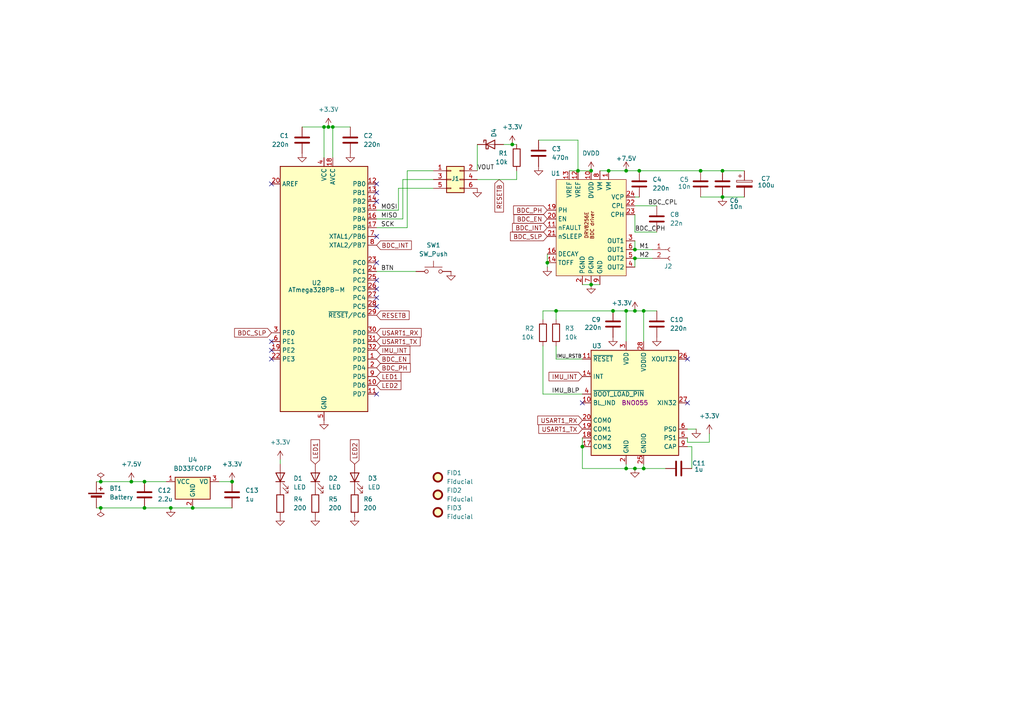
<source format=kicad_sch>
(kicad_sch (version 20250114) (generator "eeschema") (generator_version "9.0")
  (paper "A4")
  (lib_symbols
    (symbol "Connector:Conn_01x02_Socket" (pin_names (offset 1.016) (hide yes))
      (property "Reference" "J" (at 0 2.54 0))
      (property "Value" "Conn_01x02_Socket" (at 0 -5.08 0))
      (symbol "Conn_01x02_Socket_1_1"
        (polyline (pts (xy -1.27 0) (xy -0.508 0)) (stroke (width 0.1524)))
        (polyline (pts (xy -1.27 -2.54) (xy -0.508 -2.54)) (stroke (width 0.1524)))
        (arc (start 0 -0.508) (mid -0.5058 0) (end 0 0.508) (stroke (width 0.1524)))
        (arc (start 0 -3.048) (mid -0.5058 -2.54) (end 0 -2.032) (stroke (width 0.1524)))
        (pin passive line (at -5.08 0 0) (length 3.81) (name "Pin_1") (number "1"))
        (pin passive line (at -5.08 -2.54 0) (length 3.81) (name "Pin_2") (number "2"))
      )
    )
    (symbol "Connector_Generic:Conn_02x03_Odd_Even" (pin_names (offset 1.016) (hide yes))
      (property "Reference" "J" (at 1.27 5.08 0))
      (property "Value" "Conn_02x03_Odd_Even" (at 1.27 -5.08 0))
      (symbol "Conn_02x03_Odd_Even_1_1"
        (rectangle (start -1.27 3.81) (end 3.81 -3.81) (stroke (width 0.254)) (fill (type background)))
        (rectangle (start -1.27 2.667) (end 0 2.413) (stroke (width 0.1524)))
        (rectangle (start -1.27 0.127) (end 0 -0.127) (stroke (width 0.1524)))
        (rectangle (start -1.27 -2.413) (end 0 -2.667) (stroke (width 0.1524)))
        (rectangle (start 3.81 2.667) (end 2.54 2.413) (stroke (width 0.1524)))
        (rectangle (start 3.81 0.127) (end 2.54 -0.127) (stroke (width 0.1524)))
        (rectangle (start 3.81 -2.413) (end 2.54 -2.667) (stroke (width 0.1524)))
        (pin passive line (at -5.08 2.54 0) (length 3.81) (name "Pin_1") (number "1"))
        (pin passive line (at -5.08 0 0) (length 3.81) (name "Pin_3") (number "3"))
        (pin passive line (at -5.08 -2.54 0) (length 3.81) (name "Pin_5") (number "5"))
        (pin passive line (at 7.62 2.54 180) (length 3.81) (name "Pin_2") (number "2"))
        (pin passive line (at 7.62 0 180) (length 3.81) (name "Pin_4") (number "4"))
        (pin passive line (at 7.62 -2.54 180) (length 3.81) (name "Pin_6") (number "6"))
      )
    )
    (symbol "Device:Battery_Cell" (pin_numbers (hide yes)) (pin_names (offset 0) (hide yes))
      (property "Reference" "BT" (at 2.54 2.54 0))
      (property "Value" "Battery_Cell" (at 2.54 0 0))
      (symbol "Battery_Cell_0_1"
        (rectangle (start -2.286 1.778) (end 2.286 1.524) (fill (type outline)))
        (rectangle (start -1.524 1.016) (end 1.524 0.508) (fill (type outline)))
        (polyline (pts (xy 0 1.778) (xy 0 2.54)))
        (polyline (pts (xy 0 0.762) (xy 0 0)))
        (polyline (pts (xy 0.762 3.048) (xy 1.778 3.048)) (stroke (width 0.254)))
        (polyline (pts (xy 1.27 3.556) (xy 1.27 2.54)) (stroke (width 0.254)))
      )
      (symbol "Battery_Cell_1_1"
        (pin passive line (at 0 5.08 270) (length 2.54) (name "+") (number "1"))
        (pin passive line (at 0 -2.54 90) (length 2.54) (name "-") (number "2"))
      )
    )
    (symbol "Device:C" (pin_numbers (hide yes)) (pin_names (offset 0.254))
      (property "Reference" "C" (at 0.635 2.54 0))
      (property "Value" "C" (at 0.635 -2.54 0))
      (symbol "C_0_1"
        (polyline (pts (xy -2.032 0.762) (xy 2.032 0.762)) (stroke (width 0.508)))
        (polyline (pts (xy -2.032 -0.762) (xy 2.032 -0.762)) (stroke (width 0.508)))
      )
      (symbol "C_1_1"
        (pin passive line (at 0 3.81 270) (length 2.794) (name "~") (number "1"))
        (pin passive line (at 0 -3.81 90) (length 2.794) (name "~") (number "2"))
      )
    )
    (symbol "Device:C_Polarized" (pin_numbers (hide yes)) (pin_names (offset 0.254))
      (property "Reference" "C" (at 0.635 2.54 0))
      (property "Value" "C_Polarized" (at 0.635 -2.54 0))
      (symbol "C_Polarized_0_1"
        (rectangle (start -2.286 0.508) (end 2.286 1.016))
        (polyline (pts (xy -1.778 2.286) (xy -0.762 2.286)))
        (polyline (pts (xy -1.27 2.794) (xy -1.27 1.778)))
        (rectangle (start 2.286 -0.508) (end -2.286 -1.016) (fill (type outline)))
      )
      (symbol "C_Polarized_1_1"
        (pin passive line (at 0 3.81 270) (length 2.794) (name "~") (number "1"))
        (pin passive line (at 0 -3.81 90) (length 2.794) (name "~") (number "2"))
      )
    )
    (symbol "Device:D_Schottky" (pin_numbers (hide yes)) (pin_names (offset 1.016) (hide yes))
      (property "Reference" "D" (at 0 2.54 0))
      (property "Value" "D_Schottky" (at 0 -2.54 0))
      (symbol "D_Schottky_0_1"
        (polyline (pts (xy -1.905 0.635) (xy -1.905 1.27) (xy -1.27 1.27) (xy -1.27 -1.27) (xy -0.635 -1.27) (xy -0.635 -0.635)) (stroke (width 0.254)))
        (polyline (pts (xy 1.27 1.27) (xy 1.27 -1.27) (xy -1.27 0) (xy 1.27 1.27)) (stroke (width 0.254)))
        (polyline (pts (xy 1.27 0) (xy -1.27 0)))
      )
      (symbol "D_Schottky_1_1"
        (pin passive line (at -3.81 0 0) (length 2.54) (name "K") (number "1"))
        (pin passive line (at 3.81 0 180) (length 2.54) (name "A") (number "2"))
      )
    )
    (symbol "Device:LED" (pin_numbers (hide yes)) (pin_names (offset 1.016) (hide yes))
      (property "Reference" "D" (at 0 2.54 0))
      (property "Value" "LED" (at 0 -2.54 0))
      (symbol "LED_0_1"
        (polyline (pts (xy -3.048 -0.762) (xy -4.572 -2.286) (xy -3.81 -2.286) (xy -4.572 -2.286) (xy -4.572 -1.524)))
        (polyline (pts (xy -1.778 -0.762) (xy -3.302 -2.286) (xy -2.54 -2.286) (xy -3.302 -2.286) (xy -3.302 -1.524)))
        (polyline (pts (xy -1.27 0) (xy 1.27 0)))
        (polyline (pts (xy -1.27 -1.27) (xy -1.27 1.27)) (stroke (width 0.254)))
        (polyline (pts (xy 1.27 -1.27) (xy 1.27 1.27) (xy -1.27 0) (xy 1.27 -1.27)) (stroke (width 0.254)))
      )
      (symbol "LED_1_1"
        (pin passive line (at -3.81 0 0) (length 2.54) (name "K") (number "1"))
        (pin passive line (at 3.81 0 180) (length 2.54) (name "A") (number "2"))
      )
    )
    (symbol "Device:R" (pin_numbers (hide yes)) (pin_names (offset 0))
      (property "Reference" "R" (at 2.032 0 90))
      (property "Value" "R" (at 0 0 90))
      (symbol "R_0_1"
        (rectangle (start -1.016 -2.54) (end 1.016 2.54) (stroke (width 0.254)))
      )
      (symbol "R_1_1"
        (pin passive line (at 0 3.81 270) (length 1.27) (name "~") (number "1"))
        (pin passive line (at 0 -3.81 90) (length 1.27) (name "~") (number "2"))
      )
    )
    (symbol "MCU_Microchip_ATmega:ATmega328PB-M"
      (property "Reference" "U" (at -12.7 36.83 0))
      (property "Value" "ATmega328PB-M" (at 2.54 -36.83 0))
      (symbol "ATmega328PB-M_0_1"
        (rectangle (start -12.7 -35.56) (end 12.7 35.56) (stroke (width 0.254)) (fill (type background)))
      )
      (symbol "ATmega328PB-M_1_1"
        (pin passive line (at -15.24 30.48 0) (length 2.54) (name "AREF") (number "20"))
        (pin bidirectional line (at -15.24 -12.7 0) (length 2.54) (name "PE0") (number "3"))
        (pin bidirectional line (at -15.24 -15.24 0) (length 2.54) (name "PE1") (number "6"))
        (pin bidirectional line (at -15.24 -17.78 0) (length 2.54) (name "PE2") (number "19"))
        (pin bidirectional line (at -15.24 -20.32 0) (length 2.54) (name "PE3") (number "22"))
        (pin power_in line (at 0 38.1 270) (length 2.54) (name "VCC") (number "4"))
        (pin passive line (at 0 -38.1 90) (length 2.54) (hide yes) (name "GND") (number "21"))
        (pin passive line (at 0 -38.1 90) (length 2.54) (hide yes) (name "GND") (number "33"))
        (pin power_in line (at 0 -38.1 90) (length 2.54) (name "GND") (number "5"))
        (pin power_in line (at 2.54 38.1 270) (length 2.54) (name "AVCC") (number "18"))
        (pin bidirectional line (at 15.24 30.48 180) (length 2.54) (name "PB0") (number "12"))
        (pin bidirectional line (at 15.24 27.94 180) (length 2.54) (name "PB1") (number "13"))
        (pin bidirectional line (at 15.24 25.4 180) (length 2.54) (name "PB2") (number "14"))
        (pin bidirectional line (at 15.24 22.86 180) (length 2.54) (name "PB3") (number "15"))
        (pin bidirectional line (at 15.24 20.32 180) (length 2.54) (name "PB4") (number "16"))
        (pin bidirectional line (at 15.24 17.78 180) (length 2.54) (name "PB5") (number "17"))
        (pin bidirectional line (at 15.24 15.24 180) (length 2.54) (name "XTAL1/PB6") (number "7"))
        (pin bidirectional line (at 15.24 12.7 180) (length 2.54) (name "XTAL2/PB7") (number "8"))
        (pin bidirectional line (at 15.24 7.62 180) (length 2.54) (name "PC0") (number "23"))
        (pin bidirectional line (at 15.24 5.08 180) (length 2.54) (name "PC1") (number "24"))
        (pin bidirectional line (at 15.24 2.54 180) (length 2.54) (name "PC2") (number "25"))
        (pin bidirectional line (at 15.24 0 180) (length 2.54) (name "PC3") (number "26"))
        (pin bidirectional line (at 15.24 -2.54 180) (length 2.54) (name "PC4") (number "27"))
        (pin bidirectional line (at 15.24 -5.08 180) (length 2.54) (name "PC5") (number "28"))
        (pin bidirectional line (at 15.24 -7.62 180) (length 2.54) (name "~{RESET}/PC6") (number "29"))
        (pin bidirectional line (at 15.24 -12.7 180) (length 2.54) (name "PD0") (number "30"))
        (pin bidirectional line (at 15.24 -15.24 180) (length 2.54) (name "PD1") (number "31"))
        (pin bidirectional line (at 15.24 -17.78 180) (length 2.54) (name "PD2") (number "32"))
        (pin bidirectional line (at 15.24 -20.32 180) (length 2.54) (name "PD3") (number "1"))
        (pin bidirectional line (at 15.24 -22.86 180) (length 2.54) (name "PD4") (number "2"))
        (pin bidirectional line (at 15.24 -25.4 180) (length 2.54) (name "PD5") (number "9"))
        (pin bidirectional line (at 15.24 -27.94 180) (length 2.54) (name "PD6") (number "10"))
        (pin bidirectional line (at 15.24 -30.48 180) (length 2.54) (name "PD7") (number "11"))
      )
    )
    (symbol "Mechanical:Fiducial"
      (property "Reference" "FID" (at 0 5.08 0))
      (property "Value" "Fiducial" (at 0 3.175 0))
      (symbol "Fiducial_0_1"
        (circle (center 0 0) (radius 1.27) (stroke (width 0.508)) (fill (type background)))
      )
    )
    (symbol "Regulator_Linear:BD33FC0FP"
      (property "Reference" "U" (at 0 7.62 0))
      (property "Value" "BD33FC0FP" (at 0 5.08 0))
      (symbol "BD33FC0FP_1_1"
        (rectangle (start -5.08 -5.08) (end 5.08 1.27) (stroke (width 0.254)) (fill (type background)))
        (pin power_in line (at -7.62 0 0) (length 2.54) (name "VCC") (number "1"))
        (pin power_in line (at 0 -7.62 90) (length 2.54) (name "GND") (number "2"))
        (pin power_out line (at 7.62 0 180) (length 2.54) (name "VO") (number "3"))
      )
    )
    (symbol "Sensor_Motion:BNO055"
      (property "Reference" "U" (at -11.43 16.51 0))
      (property "Value" "BNO055" (at 12.7 16.51 0))
      (symbol "BNO055_0_1"
        (rectangle (start -12.7 15.24) (end 12.7 -15.24) (stroke (width 0.254)) (fill (type background)))
      )
      (symbol "BNO055_1_1"
        (pin input line (at -15.24 12.7 0) (length 2.54) (name "~{RESET}") (number "11"))
        (pin output line (at -15.24 7.62 0) (length 2.54) (name "INT") (number "14"))
        (pin input line (at -15.24 2.54 0) (length 2.54) (name "~{BOOT_LOAD_PIN}") (number "4"))
        (pin output line (at -15.24 0 0) (length 2.54) (name "BL_IND") (number "10"))
        (pin bidirectional line (at -15.24 -5.08 0) (length 2.54) (name "COM0") (number "20"))
        (pin bidirectional line (at -15.24 -7.62 0) (length 2.54) (name "COM1") (number "19"))
        (pin passive line (at -15.24 -10.16 0) (length 2.54) (name "COM2") (number "18"))
        (pin input line (at -15.24 -12.7 0) (length 2.54) (name "COM3") (number "17"))
        (pin no_connect line (at -12.7 10.16 0) (length 2.54) (hide yes) (name "PIN1") (number "1"))
        (pin no_connect line (at -12.7 5.08 0) (length 2.54) (hide yes) (name "PIN7") (number "7"))
        (pin no_connect line (at -12.7 -2.54 0) (length 2.54) (hide yes) (name "PIN8") (number "8"))
        (pin power_in line (at -2.54 17.78 270) (length 2.54) (name "VDD") (number "3"))
        (pin power_in line (at -2.54 -17.78 90) (length 2.54) (name "GND") (number "2"))
        (pin power_in line (at 2.54 17.78 270) (length 2.54) (name "VDDIO") (number "28"))
        (pin power_in line (at 2.54 -17.78 90) (length 2.54) (name "GNDIO") (number "25"))
        (pin no_connect line (at 5.08 -15.24 90) (length 2.54) (hide yes) (name "PIN15") (number "15"))
        (pin no_connect line (at 7.62 -15.24 90) (length 2.54) (hide yes) (name "PIN16") (number "16"))
        (pin no_connect line (at 12.7 10.16 180) (length 2.54) (hide yes) (name "PIN12") (number "12"))
        (pin no_connect line (at 12.7 7.62 180) (length 2.54) (hide yes) (name "PIN13") (number "13"))
        (pin no_connect line (at 12.7 5.08 180) (length 2.54) (hide yes) (name "PIN21") (number "21"))
        (pin no_connect line (at 12.7 2.54 180) (length 2.54) (hide yes) (name "PIN22") (number "22"))
        (pin no_connect line (at 12.7 -2.54 180) (length 2.54) (hide yes) (name "PIN23") (number "23"))
        (pin no_connect line (at 12.7 -5.08 180) (length 2.54) (hide yes) (name "PIN24") (number "24"))
        (pin output line (at 15.24 12.7 180) (length 2.54) (name "XOUT32") (number "26"))
        (pin input line (at 15.24 0 180) (length 2.54) (name "XIN32") (number "27"))
        (pin input line (at 15.24 -7.62 180) (length 2.54) (name "PS0") (number "6"))
        (pin input line (at 15.24 -10.16 180) (length 2.54) (name "PS1") (number "5"))
        (pin passive line (at 15.24 -12.7 180) (length 2.54) (name "CAP") (number "9"))
      )
    )
    (symbol "Switch:SW_Push" (pin_numbers (hide yes)) (pin_names (offset 1.016) (hide yes))
      (property "Reference" "SW" (at 1.27 2.54 0))
      (property "Value" "SW_Push" (at 0 -1.524 0))
      (symbol "SW_Push_0_1"
        (circle (center -2.032 0) (radius 0.508))
        (polyline (pts (xy 0 1.27) (xy 0 3.048)))
        (circle (center 2.032 0) (radius 0.508))
        (polyline (pts (xy 2.54 1.27) (xy -2.54 1.27)))
        (pin passive line (at -5.08 0 0) (length 2.54) (name "1") (number "1"))
        (pin passive line (at 5.08 0 180) (length 2.54) (name "2") (number "2"))
      )
    )
    (symbol "mylib:DRV8256E"
      (property "Reference" "U4" (at -1.524 1.778 0))
      (symbol "DRV8256E_0_0"
        (pin power_in line (at 15.24 2.54 270) (length 2.54) (name "VM") (number "1"))
      )
      (symbol "DRV8256E_1_0"
        (pin input line (at -2.54 -8.89 0) (length 2.54) (name "PH") (number "19"))
        (pin input line (at -2.54 -11.43 0) (length 2.54) (name "EN") (number "20"))
        (pin output line (at -2.54 -13.97 0) (length 2.54) (name "nFAULT") (number "11"))
        (pin input line (at -2.54 -16.51 0) (length 2.54) (name "nSLEEP") (number "21"))
        (pin input line (at -2.54 -21.59 0) (length 2.54) (name "DECAY") (number "16"))
        (pin input line (at -2.54 -24.13 0) (length 2.54) (name "TOFF") (number "14"))
        (pin no_connect line (at 0 -3.81 180) (length 2.54) (hide yes) (name "NC") (number "15"))
        (pin no_connect line (at 0 -3.81 180) (length 2.54) (hide yes) (name "NC") (number "17"))
        (pin no_connect line (at 0 -3.81 180) (length 2.54) (hide yes) (name "NC") (number "18"))
        (pin input line (at 3.81 2.54 270) (length 2.54) (name "VREF") (number "13"))
        (pin input line (at 6.35 2.54 270) (length 2.54) (name "VREF") (number "12"))
        (pin power_in line (at 7.62 -30.48 90) (length 2.54) (name "PGND") (number "2"))
        (pin power_in line (at 10.16 2.54 270) (length 2.54) (name "DVDD") (number "10"))
        (pin power_in line (at 10.16 -30.48 90) (length 2.54) (name "PGND") (number "7"))
        (pin power_in line (at 12.7 2.54 270) (length 2.54) (name "VM") (number "8"))
        (pin power_in line (at 12.7 -30.48 90) (length 2.54) (name "GND") (number "9"))
        (pin output line (at 22.86 -5.08 180) (length 2.54) (name "VCP") (number "24"))
        (pin bidirectional line (at 22.86 -7.62 180) (length 2.54) (name "CPL") (number "22"))
        (pin bidirectional line (at 22.86 -10.16 180) (length 2.54) (name "CPH") (number "23"))
        (pin output line (at 22.86 -17.78 180) (length 2.54) (name "OUT1") (number "3"))
        (pin output line (at 22.86 -20.32 180) (length 2.54) (name "OUT1") (number "6"))
        (pin output line (at 22.86 -22.86 180) (length 2.54) (name "OUT2") (number "5"))
        (pin output line (at 22.86 -25.4 180) (length 2.54) (name "OUT2") (number "4"))
      )
      (symbol "DRV8256E_1_1"
        (rectangle (start 0 0) (end 20.32 -27.94) (fill (type background)))
        (text "DRV8256E\nBDC driver\n" (at 9.652 -13.208 900) (effects (font (size 1.016 1.016))))
      )
    )
    (symbol "power:+3.3V" (power) (pin_numbers (hide yes)) (pin_names (offset 0) (hide yes))
      (property "Value" "+3.3V" (at 0 3.556 0))
      (symbol "+3.3V_0_1"
        (polyline (pts (xy -0.762 1.27) (xy 0 2.54)))
        (polyline (pts (xy 0 2.54) (xy 0.762 1.27)))
        (polyline (pts (xy 0 0) (xy 0 2.54)))
      )
      (symbol "+3.3V_1_1"
        (pin power_in line (at 0 0 90) (length 0) (name "~") (number "1"))
      )
    )
    (symbol "power:+7.5V" (power) (pin_numbers (hide yes)) (pin_names (offset 0) (hide yes))
      (property "Value" "+7.5V" (at 0 3.556 0))
      (symbol "+7.5V_0_1"
        (polyline (pts (xy -0.762 1.27) (xy 0 2.54)))
        (polyline (pts (xy 0 2.54) (xy 0.762 1.27)))
        (polyline (pts (xy 0 0) (xy 0 2.54)))
      )
      (symbol "+7.5V_1_1"
        (pin power_in line (at 0 0 90) (length 0) (name "~") (number "1"))
      )
    )
    (symbol "power:GND" (power) (pin_numbers (hide yes)) (pin_names (offset 0) (hide yes))
      (property "Value" "GND" (at 0 -3.81 0))
      (symbol "GND_0_1"
        (polyline (pts (xy 0 0) (xy 0 -1.27) (xy 1.27 -1.27) (xy 0 -2.54) (xy -1.27 -1.27) (xy 0 -1.27)))
      )
      (symbol "GND_1_1"
        (pin power_in line (at 0 0 270) (length 0) (name "~") (number "1"))
      )
    )
    (symbol "power:PWR_FLAG" (power) (pin_numbers (hide yes)) (pin_names (offset 0) (hide yes))
      (property "Value" "PWR_FLAG" (at 0 3.81 0))
      (symbol "PWR_FLAG_0_0"
        (pin power_out line (at 0 0 90) (length 0) (name "~") (number "1"))
      )
      (symbol "PWR_FLAG_0_1"
        (polyline (pts (xy 0 0) (xy 0 1.27) (xy -1.016 1.905) (xy 0 2.54) (xy 1.016 1.905) (xy 0 1.27)))
      )
    )
    (symbol "power:VDD" (power) (pin_numbers (hide yes)) (pin_names (offset 0) (hide yes))
      (property "Value" "VDD" (at 0 3.556 0))
      (symbol "VDD_0_1"
        (polyline (pts (xy -0.762 1.27) (xy 0 2.54)))
        (polyline (pts (xy 0 2.54) (xy 0.762 1.27)))
        (polyline (pts (xy 0 0) (xy 0 2.54)))
      )
      (symbol "VDD_1_1"
        (pin power_in line (at 0 0 90) (length 0) (name "~") (number "1"))
      )
    )
  )
  (junction (at 96.52 36.83))
  (junction (at 41.91 139.7))
  (junction (at 167.64 49.53))
  (junction (at 186.69 135.89))
  (junction (at 209.55 49.53))
  (junction (at 171.45 49.53))
  (junction (at 209.55 57.15))
  (junction (at 67.31 139.7))
  (junction (at 185.42 49.53))
  (junction (at 171.45 82.55))
  (junction (at 184.15 72.39))
  (junction (at 184.15 90.17))
  (junction (at 161.29 90.17))
  (junction (at 29.21 147.32))
  (junction (at 176.53 49.53))
  (junction (at 158.75 76.2))
  (junction (at 148.59 41.91))
  (junction (at 184.15 74.93))
  (junction (at 93.98 36.83))
  (junction (at 168.91 129.54))
  (junction (at 184.15 135.89))
  (junction (at 55.88 147.32))
  (junction (at 181.61 49.53))
  (junction (at 177.8 90.17))
  (junction (at 203.2 49.53))
  (junction (at 49.53 147.32))
  (junction (at 95.25 36.83))
  (junction (at 186.69 90.17))
  (junction (at 29.21 139.7))
  (junction (at 181.61 90.17))
  (junction (at 41.91 147.32))
  (junction (at 38.1 139.7))
  (junction (at 181.61 135.89))
  (no_connect (at 78.74 99.06))
  (no_connect (at 78.74 53.34))
  (no_connect (at 199.39 104.14))
  (no_connect (at 168.91 116.84))
  (no_connect (at 109.22 53.34))
  (no_connect (at 109.22 55.88))
  (no_connect (at 109.22 83.82))
  (no_connect (at 109.22 81.28))
  (no_connect (at 199.39 116.84))
  (no_connect (at 109.22 58.42))
  (no_connect (at 109.22 86.36))
  (no_connect (at 78.74 104.14))
  (no_connect (at 109.22 88.9))
  (no_connect (at 78.74 101.6))
  (no_connect (at 109.22 76.2))
  (no_connect (at 109.22 68.58))
  (no_connect (at 109.22 114.3))
  (wire (pts (xy 168.91 114.3) (xy 157.48 114.3)))
  (wire (pts (xy 157.48 92.71) (xy 157.48 90.17)))
  (wire (pts (xy 165.1 49.53) (xy 167.64 49.53)))
  (wire (pts (xy 168.91 104.14) (xy 161.29 104.14)))
  (wire (pts (xy 158.75 77.47) (xy 158.75 76.2)))
  (wire (pts (xy 186.69 135.89) (xy 193.04 135.89)))
  (wire (pts (xy 93.98 36.83) (xy 87.63 36.83)))
  (wire (pts (xy 168.91 82.55) (xy 171.45 82.55)))
  (wire (pts (xy 181.61 90.17) (xy 177.8 90.17)))
  (wire (pts (xy 181.61 135.89) (xy 181.61 134.62)))
  (wire (pts (xy 200.66 129.54) (xy 200.66 135.89)))
  (wire (pts (xy 96.52 36.83) (xy 101.6 36.83)))
  (wire (pts (xy 189.23 72.39) (xy 184.15 72.39)))
  (wire (pts (xy 190.5 67.31) (xy 184.15 67.31)))
  (wire (pts (xy 161.29 104.14) (xy 161.29 100.33)))
  (wire (pts (xy 109.22 78.74) (xy 120.65 78.74)))
  (wire (pts (xy 115.57 54.61) (xy 125.73 54.61)))
  (wire (pts (xy 149.86 41.91) (xy 148.59 41.91)))
  (wire (pts (xy 81.28 133.35) (xy 81.28 134.62)))
  (wire (pts (xy 184.15 90.17) (xy 186.69 90.17)))
  (wire (pts (xy 181.61 90.17) (xy 184.15 90.17)))
  (wire (pts (xy 186.69 90.17) (xy 186.69 99.06)))
  (wire (pts (xy 149.86 52.07) (xy 149.86 49.53)))
  (wire (pts (xy 199.39 124.46) (xy 201.93 124.46)))
  (wire (pts (xy 29.21 139.7) (xy 27.94 139.7)))
  (wire (pts (xy 205.74 128.27) (xy 205.74 125.73)))
  (wire (pts (xy 184.15 74.93) (xy 184.15 77.47)))
  (wire (pts (xy 27.94 147.32) (xy 29.21 147.32)))
  (wire (pts (xy 138.43 41.91) (xy 138.43 49.53)))
  (wire (pts (xy 181.61 99.06) (xy 181.61 90.17)))
  (wire (pts (xy 184.15 74.93) (xy 189.23 74.93)))
  (wire (pts (xy 184.15 69.85) (xy 184.15 72.39)))
  (wire (pts (xy 184.15 59.69) (xy 190.5 59.69)))
  (wire (pts (xy 157.48 114.3) (xy 157.48 100.33)))
  (wire (pts (xy 185.42 57.15) (xy 184.15 57.15)))
  (wire (pts (xy 95.25 36.83) (xy 96.52 36.83)))
  (wire (pts (xy 93.98 36.83) (xy 93.98 45.72)))
  (wire (pts (xy 138.43 52.07) (xy 149.86 52.07)))
  (wire (pts (xy 209.55 49.53) (xy 215.9 49.53)))
  (wire (pts (xy 116.84 63.5) (xy 116.84 52.07)))
  (wire (pts (xy 109.22 60.96) (xy 115.57 60.96)))
  (wire (pts (xy 63.5 139.7) (xy 67.31 139.7)))
  (wire (pts (xy 186.69 90.17) (xy 190.5 90.17)))
  (wire (pts (xy 118.11 49.53) (xy 118.11 66.04)))
  (wire (pts (xy 173.99 49.53) (xy 176.53 49.53)))
  (wire (pts (xy 184.15 135.89) (xy 186.69 135.89)))
  (wire (pts (xy 199.39 128.27) (xy 199.39 127)))
  (wire (pts (xy 146.05 41.91) (xy 148.59 41.91)))
  (wire (pts (xy 167.64 40.64) (xy 167.64 49.53)))
  (wire (pts (xy 184.15 67.31) (xy 184.15 62.23)))
  (wire (pts (xy 157.48 90.17) (xy 161.29 90.17)))
  (wire (pts (xy 186.69 135.89) (xy 186.69 134.62)))
  (wire (pts (xy 115.57 60.96) (xy 115.57 54.61)))
  (wire (pts (xy 29.21 147.32) (xy 41.91 147.32)))
  (wire (pts (xy 167.64 49.53) (xy 171.45 49.53)))
  (wire (pts (xy 93.98 36.83) (xy 95.25 36.83)))
  (wire (pts (xy 168.91 135.89) (xy 181.61 135.89)))
  (wire (pts (xy 156.21 40.64) (xy 167.64 40.64)))
  (wire (pts (xy 209.55 57.15) (xy 215.9 57.15)))
  (wire (pts (xy 199.39 129.54) (xy 200.66 129.54)))
  (wire (pts (xy 41.91 147.32) (xy 49.53 147.32)))
  (wire (pts (xy 161.29 92.71) (xy 161.29 90.17)))
  (wire (pts (xy 168.91 127) (xy 168.91 129.54)))
  (wire (pts (xy 116.84 52.07) (xy 125.73 52.07)))
  (wire (pts (xy 38.1 139.7) (xy 29.21 139.7)))
  (wire (pts (xy 118.11 49.53) (xy 125.73 49.53)))
  (wire (pts (xy 118.11 66.04) (xy 109.22 66.04)))
  (wire (pts (xy 109.22 63.5) (xy 116.84 63.5)))
  (wire (pts (xy 49.53 147.32) (xy 55.88 147.32)))
  (wire (pts (xy 41.91 139.7) (xy 48.26 139.7)))
  (wire (pts (xy 176.53 49.53) (xy 181.61 49.53)))
  (wire (pts (xy 203.2 49.53) (xy 209.55 49.53)))
  (wire (pts (xy 96.52 45.72) (xy 96.52 36.83)))
  (wire (pts (xy 199.39 128.27) (xy 205.74 128.27)))
  (wire (pts (xy 203.2 57.15) (xy 209.55 57.15)))
  (wire (pts (xy 161.29 90.17) (xy 177.8 90.17)))
  (wire (pts (xy 55.88 147.32) (xy 67.31 147.32)))
  (wire (pts (xy 41.91 139.7) (xy 38.1 139.7)))
  (wire (pts (xy 171.45 82.55) (xy 173.99 82.55)))
  (wire (pts (xy 185.42 49.53) (xy 203.2 49.53)))
  (wire (pts (xy 158.75 73.66) (xy 158.75 76.2)))
  (wire (pts (xy 181.61 135.89) (xy 184.15 135.89)))
  (wire (pts (xy 181.61 49.53) (xy 185.42 49.53)))
  (wire (pts (xy 168.91 129.54) (xy 168.91 135.89)))
  (label "M2" (at 185.42 74.93 0))
  (label "M1" (at 185.42 72.39 0))
  (label "BDC_CPH" (at 184.15 67.31 0))
  (label "BDC_CPL" (at 187.96 59.69 0))
  (label "MOSI" (at 110.49 60.96 0))
  (label "VOUT" (at 138.43 49.53 0))
  (label "SCK" (at 110.49 66.04 0))
  (label "MISO" (at 110.49 63.5 0))
  (label "IMU_BLP" (at 160.02 114.3 0))
  (label "BTN" (at 110.49 78.74 0))
  (label "IMU_RSTB" (at 161.29 104.14 0) (effects (font (size 1.016 1.016))))
  (global_label "BDC_INT" (shape input) (at 158.75 66.04 180) (property "Intersheetrefs" "${INTERSHEET_REFS}" (effects (hide yes))))
  (global_label "BDC_EN" (shape input) (at 109.22 104.14 0) (property "Intersheetrefs" "${INTERSHEET_REFS}" (effects (hide yes))))
  (global_label "USART1_TX" (shape input) (at 168.91 124.46 180) (property "Intersheetrefs" "${INTERSHEET_REFS}" (effects (hide yes))))
  (global_label "RESETB" (shape input) (at 144.78 52.07 270) (property "Intersheetrefs" "${INTERSHEET_REFS}" (effects (hide yes))))
  (global_label "LED1" (shape input) (at 109.22 109.22 0) (property "Intersheetrefs" "${INTERSHEET_REFS}" (effects (hide yes))))
  (global_label "RESETB" (shape input) (at 109.22 91.44 0) (property "Intersheetrefs" "${INTERSHEET_REFS}" (effects (hide yes))))
  (global_label "LED1" (shape input) (at 91.44 134.62 90) (property "Intersheetrefs" "${INTERSHEET_REFS}" (effects (hide yes))))
  (global_label "BDC_EN" (shape input) (at 158.75 63.5 180) (property "Intersheetrefs" "${INTERSHEET_REFS}" (effects (hide yes))))
  (global_label "BDC_SLP" (shape input) (at 78.74 96.52 180) (property "Intersheetrefs" "${INTERSHEET_REFS}" (effects (hide yes))))
  (global_label "BDC_PH" (shape input) (at 158.75 60.96 180) (property "Intersheetrefs" "${INTERSHEET_REFS}" (effects (hide yes))))
  (global_label "BDC_INT" (shape input) (at 109.22 71.12 0) (property "Intersheetrefs" "${INTERSHEET_REFS}" (effects (hide yes))))
  (global_label "USART1_TX" (shape input) (at 109.22 99.06 0) (property "Intersheetrefs" "${INTERSHEET_REFS}" (effects (hide yes))))
  (global_label "USART1_RX" (shape input) (at 168.91 121.92 180) (property "Intersheetrefs" "${INTERSHEET_REFS}" (effects (hide yes))))
  (global_label "LED2" (shape input) (at 109.22 111.76 0) (property "Intersheetrefs" "${INTERSHEET_REFS}" (effects (hide yes))))
  (global_label "IMU_INT" (shape input) (at 109.22 101.6 0) (property "Intersheetrefs" "${INTERSHEET_REFS}" (effects (hide yes))))
  (global_label "BDC_SLP" (shape input) (at 158.75 68.58 180) (property "Intersheetrefs" "${INTERSHEET_REFS}" (effects (hide yes))))
  (global_label "BDC_PH" (shape input) (at 109.22 106.68 0) (property "Intersheetrefs" "${INTERSHEET_REFS}" (effects (hide yes))))
  (global_label "USART1_RX" (shape input) (at 109.22 96.52 0) (property "Intersheetrefs" "${INTERSHEET_REFS}" (effects (hide yes))))
  (global_label "IMU_INT" (shape input) (at 168.91 109.22 180) (property "Intersheetrefs" "${INTERSHEET_REFS}" (effects (hide yes))))
  (global_label "LED2" (shape input) (at 102.87 134.62 90) (property "Intersheetrefs" "${INTERSHEET_REFS}" (effects (hide yes))))
  (symbol (lib_id "power:VDD") (at 171.45 49.53 0) (unit 1)
    (property "Reference" "#PWR06" (effects (hide yes)))
    (property "Value" "DVDD" (at 171.45 44.45 0))
    (property "Description" "Power symbol creates a global label with name \"VDD\"" (effects (hide yes)))
  )
  (symbol (lib_id "power:GND") (at 177.8 97.79 0) (unit 1)
    (property "Reference" "#PWR014" (effects (hide yes)))
    (property "Value" "GND" (effects (hide yes)))
    (property "Description" "Power symbol creates a global label with name \"GND\" , ground" (effects (hide yes)))
  )
  (symbol (lib_id "power:GND") (at 130.81 78.74 0) (unit 1)
    (property "Reference" "#PWR011" (effects (hide yes)))
    (property "Value" "GND" (effects (hide yes)))
    (property "Description" "Power symbol creates a global label with name \"GND\" , ground" (effects (hide yes)))
  )
  (symbol (lib_id "Device:C") (at 190.5 63.5 180) (unit 1)
    (property "Reference" "C8" (at 194.31 62.2299 0) (effects (justify right)))
    (property "Value" "22n" (at 194.31 64.7699 0) (effects (justify right)))
    (property "Footprint" "Capacitor_SMD:C_0201_0603Metric" (effects (hide yes)))
    (property "Datasheet" "https://mm.digikey.com/Volume0/opasdata/d220001/medias/docus/272/mlcc02_e-1307760.pdf" (effects (hide yes)))
    (property "Description" "Unpolarized capacitor" (effects (hide yes)))
    (property "MPN" "EMK063B7223MP-F" (effects (hide yes)))
  )
  (symbol (lib_id "power:GND") (at 209.55 57.15 0) (unit 1)
    (property "Reference" "#PWR09" (effects (hide yes)))
    (property "Value" "GND" (effects (hide yes)))
    (property "Description" "Power symbol creates a global label with name \"GND\" , ground" (effects (hide yes)))
  )
  (symbol (lib_id "Device:C") (at 177.8 93.98 0) (mirror x) (unit 1)
    (property "Reference" "C9" (at 174.244 92.71 0) (effects (justify right)))
    (property "Value" "220n" (at 174.498 94.996 0) (effects (justify right)))
    (property "Footprint" "Capacitor_SMD:C_0402_1005Metric" (effects (hide yes)))
    (property "Datasheet" "https://mm.digikey.com/Volume0/opasdata/d220001/medias/docus/2614/CL05B224KO5NNNC_Spec.pdf?_gl=1*1ks3xhy*_up*MQ..*_gs*MQ..&gclid=CjwKCAiAybfLBhAjEiwAI0mBBmP3eRxbGS8kq4XLb96KYdTevj3mpJXe-_STzpfN-Wri35hO6Z20rBoCTnoQAvD_BwE&gclsrc=aw.ds&gbraid=0AAAAADrbLliDKUi2kKpf-sOgJgZaPt4hw" (effects (hide yes)))
    (property "Description" "Unpolarized capacitor" (effects (hide yes)))
    (property "MPN" "CL05B224KO5NNNC" (effects (hide yes)))
  )
  (symbol (lib_id "Connector:Conn_01x02_Socket") (at 194.31 72.39 0) (unit 1)
    (property "Reference" "J2" (at 193.802 77.216 0))
    (property "Value" "Conn_01x02_Socket" (effects (hide yes)))
    (property "Footprint" "Connector_JST:JST_XH_B2B-XH-A_1x02_P2.50mm_Vertical" (effects (hide yes)))
    (property "Description" "Generic connector, single row, 01x02, script generated" (effects (hide yes)))
    (property "MPN" "B2B-XH-A" (effects (hide yes)))
  )
  (symbol (lib_id "power:+3.3V") (at 148.59 41.91 0) (unit 1)
    (property "Reference" "#PWR02" (effects (hide yes)))
    (property "Value" "+3.3V" (at 148.59 36.83 0))
    (property "Description" "Power symbol creates a global label with name \"+3.3V\"" (effects (hide yes)))
  )
  (symbol (lib_id "power:GND") (at 158.75 77.47 0) (unit 1)
    (property "Reference" "#PWR010" (effects (hide yes)))
    (property "Value" "GND" (effects (hide yes)))
    (property "Description" "Power symbol creates a global label with name \"GND\" , ground" (effects (hide yes)))
  )
  (symbol (lib_id "Regulator_Linear:BD33FC0FP") (at 55.88 139.7 0) (unit 1)
    (property "Reference" "U4" (at 55.88 133.35 0))
    (property "Value" "BD33FC0FP" (at 55.88 135.89 0))
    (property "Footprint" "Package_TO_SOT_SMD:TO-252-2" (effects (hide yes)))
    (property "Datasheet" "https://fscdn.rohm.com/en/products/databook/datasheet/ic/power/linear_regulator/bdxxfc0wefj-e.pdf" (effects (hide yes)))
    (property "Description" "1A, 3.3V LDO regulator with OVP & TSP, without enable, TO-252" (effects (hide yes)))
    (property "MPN" "BD33FC0FP-E2" (effects (hide yes)))
  )
  (symbol (lib_id "power:+3.3V") (at 184.15 90.17 0) (unit 1)
    (property "Reference" "#PWR013" (effects (hide yes)))
    (property "Value" "+3.3V" (at 180.34 87.884 0))
    (property "Description" "Power symbol creates a global label with name \"+3.3V\"" (effects (hide yes)))
  )
  (symbol (lib_id "Mechanical:Fiducial") (at 127 148.59 0) (unit 1) (in_bom no)
    (property "Reference" "FID3" (at 129.54 147.3199 0) (effects (justify left)))
    (property "Value" "Fiducial" (at 129.54 149.8599 0) (effects (justify left)))
    (property "Footprint" "Fiducial:Fiducial_0.75mm_Mask1.5mm" (effects (hide yes)))
    (property "Description" "Fiducial Marker" (effects (hide yes)))
  )
  (symbol (lib_id "Device:C") (at 87.63 40.64 0) (mirror x) (unit 1)
    (property "Reference" "C1" (at 83.82 39.3699 0) (effects (justify right)))
    (property "Value" "220n" (at 83.82 41.9099 0) (effects (justify right)))
    (property "Footprint" "Capacitor_SMD:C_0402_1005Metric" (effects (hide yes)))
    (property "Datasheet" "https://mm.digikey.com/Volume0/opasdata/d220001/medias/docus/2614/CL05B224KO5NNNC_Spec.pdf?_gl=1*1ks3xhy*_up*MQ..*_gs*MQ..&gclid=CjwKCAiAybfLBhAjEiwAI0mBBmP3eRxbGS8kq4XLb96KYdTevj3mpJXe-_STzpfN-Wri35hO6Z20rBoCTnoQAvD_BwE&gclsrc=aw.ds&gbraid=0AAAAADrbLliDKUi2kKpf-sOgJgZaPt4hw" (effects (hide yes)))
    (property "Description" "Unpolarized capacitor" (effects (hide yes)))
    (property "MPN" "CL05B224KO5NNNC" (effects (hide yes)))
  )
  (symbol (lib_id "Device:C") (at 101.6 40.64 180) (unit 1)
    (property "Reference" "C2" (at 105.41 39.3699 0) (effects (justify right)))
    (property "Value" "220n" (at 105.41 41.9099 0) (effects (justify right)))
    (property "Footprint" "Capacitor_SMD:C_0402_1005Metric" (effects (hide yes)))
    (property "Datasheet" "https://mm.digikey.com/Volume0/opasdata/d220001/medias/docus/2614/CL05B224KO5NNNC_Spec.pdf?_gl=1*1ks3xhy*_up*MQ..*_gs*MQ..&gclid=CjwKCAiAybfLBhAjEiwAI0mBBmP3eRxbGS8kq4XLb96KYdTevj3mpJXe-_STzpfN-Wri35hO6Z20rBoCTnoQAvD_BwE&gclsrc=aw.ds&gbraid=0AAAAADrbLliDKUi2kKpf-sOgJgZaPt4hw" (effects (hide yes)))
    (property "Description" "Unpolarized capacitor" (effects (hide yes)))
    (property "MPN" "CL05B224KO5NNNC" (effects (hide yes)))
  )
  (symbol (lib_id "Device:C") (at 203.2 53.34 180) (unit 1)
    (property "Reference" "C5" (at 197.104 52.07 0) (effects (justify right)))
    (property "Value" "10n" (at 196.596 54.102 0) (effects (justify right)))
    (property "Footprint" "Capacitor_SMD:C_0201_0603Metric" (effects (hide yes)))
    (property "Datasheet" "https://search.murata.co.jp/Ceramy/image/img/A01X/G101/ENG/GRM033R71A103KA01-01.pdf" (effects (hide yes)))
    (property "Description" "Unpolarized capacitor" (effects (hide yes)))
    (property "MPN" "GRM033R71A103KA01D" (effects (hide yes)))
  )
  (symbol (lib_id "Sensor_Motion:BNO055") (at 184.15 116.84 0) (unit 1)
    (property "Reference" "U3" (at 171.704 100.33 0) (effects (justify left)))
    (property "Value" "BNO055" (effects (hide yes)))
    (property "Footprint" "Package_LGA:LGA-28_5.2x3.8mm_P0.5mm" (effects (hide yes)))
    (property "Datasheet" "https://www.bosch-sensortec.com/media/boschsensortec/downloads/datasheets/bst-bno055-ds000.pdf" (effects (hide yes)))
    (property "Description" "Intelligent 9-axis absolute orientation sensor, LGA-28" (effects (hide yes)))
    (property "MPN" "BNO055" (at 184.15 116.84 0))
  )
  (symbol (lib_id "Device:LED") (at 81.28 138.43 90) (unit 1)
    (property "Reference" "D1" (at 85.09 138.7474 90) (effects (justify right)))
    (property "Value" "LED" (at 85.09 141.2874 90) (effects (justify right)))
    (property "Footprint" "LED_SMD:LED_0402_1005Metric" (effects (hide yes)))
    (property "Datasheet" "https://mm.digikey.com/Volume0/opasdata/d220001/medias/docus/3618/B18S1USD-05C000234U1930.pdf?_gl=1*fct2vd*_up*MQ..*_gs*MQ..&gclid=Cj0KCQiA-NHLBhDSARIsAIhe9X0Sp7RpUo3qf_gbeFsFJz1G3sNG-ZwY5GUrZ3W_CWsHrFnlWHl6Y-QaAvc_EALw_wcB&gclsrc=aw.ds&gbraid=0AAAAADrbLlhjesQkr8y6YD5PsR9Nw9Qmx" (effects (hide yes)))
    (property "Description" "Light emitting diode" (effects (hide yes)))
    (property "Sim.Pins" "1=K 2=A" (effects (hide yes)))
    (property "MPN" "B18S1USD-05C000234U1930" (effects (hide yes)))
  )
  (symbol (lib_id "power:GND") (at 138.43 54.61 0) (unit 1)
    (property "Reference" "#PWR08" (effects (hide yes)))
    (property "Value" "GND" (effects (hide yes)))
    (property "Description" "Power symbol creates a global label with name \"GND\" , ground" (effects (hide yes)))
  )
  (symbol (lib_id "Device:LED") (at 102.87 138.43 90) (unit 1)
    (property "Reference" "D3" (at 106.68 138.7474 90) (effects (justify right)))
    (property "Value" "LED" (at 106.68 141.2874 90) (effects (justify right)))
    (property "Footprint" "LED_SMD:LED_0402_1005Metric" (effects (hide yes)))
    (property "Datasheet" "https://mm.digikey.com/Volume0/opasdata/d220001/medias/docus/3618/B18S1USD-05C000234U1930.pdf?_gl=1*fct2vd*_up*MQ..*_gs*MQ..&gclid=Cj0KCQiA-NHLBhDSARIsAIhe9X0Sp7RpUo3qf_gbeFsFJz1G3sNG-ZwY5GUrZ3W_CWsHrFnlWHl6Y-QaAvc_EALw_wcB&gclsrc=aw.ds&gbraid=0AAAAADrbLlhjesQkr8y6YD5PsR9Nw9Qmx" (effects (hide yes)))
    (property "Description" "Light emitting diode" (effects (hide yes)))
    (property "Sim.Pins" "1=K 2=A" (effects (hide yes)))
    (property "MPN" "B18S1USD-05C000234U1930" (effects (hide yes)))
  )
  (symbol (lib_id "Device:C_Polarized") (at 215.9 53.34 0) (unit 1)
    (property "Reference" "C7" (at 220.726 51.816 0) (effects (justify left)))
    (property "Value" "100u" (at 219.71 53.7209 0) (effects (justify left)))
    (property "Footprint" "Capacitor_SMD:CP_Elec_5x5.4" (effects (hide yes)))
    (property "Datasheet" "https://industrial.panasonic.com/cdbs/www-data/pdf/RDE0000/ABA0000C1142.pdf" (effects (hide yes)))
    (property "Description" "Polarized capacitor" (effects (hide yes)))
    (property "MPN" "EEE-1AA101WAR" (effects (hide yes)))
  )
  (symbol (lib_id "power:GND") (at 81.28 149.86 0) (unit 1)
    (property "Reference" "#PWR024" (effects (hide yes)))
    (property "Value" "GND" (effects (hide yes)))
    (property "Description" "Power symbol creates a global label with name \"GND\" , ground" (effects (hide yes)))
  )
  (symbol (lib_id "Device:C") (at 196.85 135.89 270) (mirror x) (unit 1)
    (property "Reference" "C11" (at 202.692 134.366 90))
    (property "Value" "1u" (at 202.692 136.144 90))
    (property "Footprint" "Capacitor_SMD:C_0402_1005Metric" (effects (hide yes)))
    (property "Datasheet" "https://mm.digikey.com/Volume0/opasdata/d220001/medias/docus/6482/3372_0402W105K100HI.pdf" (effects (hide yes)))
    (property "Description" "Unpolarized capacitor" (effects (hide yes)))
    (property "MPN" "0402W105K100HI" (effects (hide yes)))
  )
  (symbol (lib_id "power:+3.3V") (at 81.28 133.35 0) (unit 1)
    (property "Reference" "#PWR019" (effects (hide yes)))
    (property "Value" "+3.3V" (at 81.28 128.27 0))
    (property "Description" "Power symbol creates a global label with name \"+3.3V\"" (effects (hide yes)))
  )
  (symbol (lib_id "power:GND") (at 101.6 44.45 0) (unit 1)
    (property "Reference" "#PWR04" (effects (hide yes)))
    (property "Value" "GND" (effects (hide yes)))
    (property "Description" "Power symbol creates a global label with name \"GND\" , ground" (effects (hide yes)))
  )
  (symbol (lib_id "Device:LED") (at 91.44 138.43 90) (unit 1)
    (property "Reference" "D2" (at 95.25 138.7474 90) (effects (justify right)))
    (property "Value" "LED" (at 95.25 141.2874 90) (effects (justify right)))
    (property "Footprint" "LED_SMD:LED_0402_1005Metric" (effects (hide yes)))
    (property "Datasheet" "https://mm.digikey.com/Volume0/opasdata/d220001/medias/docus/3618/B18S1USD-05C000234U1930.pdf?_gl=1*fct2vd*_up*MQ..*_gs*MQ..&gclid=Cj0KCQiA-NHLBhDSARIsAIhe9X0Sp7RpUo3qf_gbeFsFJz1G3sNG-ZwY5GUrZ3W_CWsHrFnlWHl6Y-QaAvc_EALw_wcB&gclsrc=aw.ds&gbraid=0AAAAADrbLlhjesQkr8y6YD5PsR9Nw9Qmx" (effects (hide yes)))
    (property "Description" "Light emitting diode" (effects (hide yes)))
    (property "Sim.Pins" "1=K 2=A" (effects (hide yes)))
    (property "MPN" "B18S1USD-05C000234U1930" (effects (hide yes)))
  )
  (symbol (lib_id "Device:R") (at 149.86 45.72 0) (mirror y) (unit 1)
    (property "Reference" "R1" (at 147.32 44.4499 0) (effects (justify left)))
    (property "Value" "10k" (at 147.32 46.9899 0) (effects (justify left)))
    (property "Footprint" "Resistor_SMD:R_0402_1005Metric" (effects (hide yes)))
    (property "Datasheet" "https://yageogroup.com/content/datasheet/asset/file/PYU-RC_GROUP_51_ROHS_L" (effects (hide yes)))
    (property "Description" "Resistor" (effects (hide yes)))
    (property "MPN" "RC0402FR-1310KL" (effects (hide yes)))
  )
  (symbol (lib_id "Device:C") (at 41.91 143.51 0) (unit 1)
    (property "Reference" "C12" (at 45.72 142.2399 0) (effects (justify left)))
    (property "Value" "2.2u" (at 45.72 144.7799 0) (effects (justify left)))
    (property "Footprint" "Capacitor_SMD:C_0603_1608Metric" (effects (hide yes)))
    (property "Datasheet" "https://mm.digikey.com/Volume0/opasdata/d220001/medias/docus/1000/CL10B225KP8NNNC_Spec.pdf" (effects (hide yes)))
    (property "Description" "Unpolarized capacitor" (effects (hide yes)))
    (property "MPN" "CL10B225KP8NNNC" (effects (hide yes)))
  )
  (symbol (lib_id "Device:R") (at 157.48 96.52 0) (mirror y) (unit 1)
    (property "Reference" "R2" (at 154.94 95.2499 0) (effects (justify left)))
    (property "Value" "10k" (at 154.94 97.7899 0) (effects (justify left)))
    (property "Footprint" "Resistor_SMD:R_0402_1005Metric" (effects (hide yes)))
    (property "Datasheet" "https://yageogroup.com/content/datasheet/asset/file/PYU-RC_GROUP_51_ROHS_L" (effects (hide yes)))
    (property "Description" "Resistor" (effects (hide yes)))
    (property "MPN" "RC0402FR-1310KL" (effects (hide yes)))
  )
  (symbol (lib_id "Device:C") (at 67.31 143.51 0) (unit 1)
    (property "Reference" "C13" (at 71.12 142.2399 0) (effects (justify left)))
    (property "Value" "1u" (at 71.12 144.7799 0) (effects (justify left)))
    (property "Footprint" "Capacitor_SMD:C_0402_1005Metric" (effects (hide yes)))
    (property "Datasheet" "https://mm.digikey.com/Volume0/opasdata/d220001/medias/docus/6482/3372_0402W105K100HI.pdf" (effects (hide yes)))
    (property "Description" "Unpolarized capacitor" (effects (hide yes)))
    (property "MPN" "0402W105K100HI" (effects (hide yes)))
  )
  (symbol (lib_id "Connector_Generic:Conn_02x03_Odd_Even") (at 130.81 52.07 0) (unit 1)
    (property "Reference" "J1" (at 132.08 51.816 0))
    (property "Value" "Conn_02x03_Odd_Even" (effects (hide yes)))
    (property "Footprint" "Connector_PinHeader_2.54mm:PinHeader_2x03_P2.54mm_Vertical" (effects (hide yes)))
    (property "Datasheet" "https://suddendocs.samtec.com/catalog_english/tsw_th.pdf" (effects (hide yes)))
    (property "Description" "Generic connector, double row, 02x03, odd/even pin numbering scheme (row 1 odd numbers, row 2 even numbers), script generated (kicad-library-utils/schlib/autogen/connector/)" (effects (hide yes)))
    (property "MPN" "TSW-103-23-G-D" (effects (hide yes)))
  )
  (symbol (lib_id "power:GND") (at 201.93 124.46 0) (unit 1)
    (property "Reference" "#PWR017" (effects (hide yes)))
    (property "Value" "GND" (effects (hide yes)))
    (property "Description" "Power symbol creates a global label with name \"GND\" , ground" (effects (hide yes)))
  )
  (symbol (lib_id "power:PWR_FLAG") (at 29.21 147.32 180) (unit 1)
    (property "Reference" "#FLG02" (effects (hide yes)))
    (property "Value" "PWR_FLAG" (effects (hide yes)))
    (property "Description" "Special symbol for telling ERC where power comes from" (effects (hide yes)))
  )
  (symbol (lib_id "power:+7.5V") (at 38.1 139.7 0) (unit 1)
    (property "Reference" "#PWR021" (effects (hide yes)))
    (property "Value" "+7.5V" (at 38.1 134.62 0))
    (property "Description" "Power symbol creates a global label with name \"+7.5V\"" (effects (hide yes)))
  )
  (symbol (lib_id "Device:C") (at 190.5 93.98 180) (unit 1)
    (property "Reference" "C10" (at 194.31 92.7099 0) (effects (justify right)))
    (property "Value" "220n" (at 194.31 95.2499 0) (effects (justify right)))
    (property "Footprint" "Capacitor_SMD:C_0402_1005Metric" (effects (hide yes)))
    (property "Datasheet" "https://mm.digikey.com/Volume0/opasdata/d220001/medias/docus/2614/CL05B224KO5NNNC_Spec.pdf?_gl=1*1ks3xhy*_up*MQ..*_gs*MQ..&gclid=CjwKCAiAybfLBhAjEiwAI0mBBmP3eRxbGS8kq4XLb96KYdTevj3mpJXe-_STzpfN-Wri35hO6Z20rBoCTnoQAvD_BwE&gclsrc=aw.ds&gbraid=0AAAAADrbLliDKUi2kKpf-sOgJgZaPt4hw" (effects (hide yes)))
    (property "Description" "Unpolarized capacitor" (effects (hide yes)))
    (property "MPN" "CL05B224KO5NNNC" (effects (hide yes)))
  )
  (symbol (lib_id "power:GND") (at 171.45 82.55 0) (unit 1)
    (property "Reference" "#PWR012" (effects (hide yes)))
    (property "Value" "GND" (effects (hide yes)))
    (property "Description" "Power symbol creates a global label with name \"GND\" , ground" (effects (hide yes)))
  )
  (symbol (lib_id "Device:R") (at 102.87 146.05 0) (unit 1)
    (property "Reference" "R6" (at 105.41 144.7799 0) (effects (justify left)))
    (property "Value" "200" (at 105.41 147.3199 0) (effects (justify left)))
    (property "Footprint" "Resistor_SMD:R_0402_1005Metric" (effects (hide yes)))
    (property "Datasheet" "https://yageogroup.com/content/datasheet/asset/file/PYU-RC_GROUP_51_ROHS_L" (effects (hide yes)))
    (property "Description" "Resistor" (effects (hide yes)))
    (property "MPN" "RC0402FR-07200RL" (effects (hide yes)))
  )
  (symbol (lib_id "mylib:DRV8256E") (at 161.29 52.07 0) (unit 1)
    (property "Reference" "U1" (at 159.766 50.292 0) (effects (justify left)))
    (property "Value" "DRV8256E" (effects (hide yes)))
    (property "Footprint" "Package_DFN_QFN:VQFN-24-1EP_4x4mm_P0.5mm_EP2.5x2.5mm_ThermalVias" (effects (hide yes)))
    (property "Datasheet" "https://www.ti.com/lit/ds/symlink/drv8256.pdf" (effects (hide yes)))
    (property "MPN" "DRV8256ERGER" (effects (hide yes)))
  )
  (symbol (lib_id "power:GND") (at 184.15 135.89 0) (unit 1)
    (property "Reference" "#PWR020" (effects (hide yes)))
    (property "Value" "GND" (effects (hide yes)))
    (property "Description" "Power symbol creates a global label with name \"GND\" , ground" (effects (hide yes)))
  )
  (symbol (lib_id "power:PWR_FLAG") (at 29.21 139.7 0) (unit 1)
    (property "Reference" "#FLG01" (effects (hide yes)))
    (property "Value" "PWR_FLAG" (effects (hide yes)))
    (property "Description" "Special symbol for telling ERC where power comes from" (effects (hide yes)))
  )
  (symbol (lib_id "power:+7.5V") (at 181.61 49.53 0) (unit 1)
    (property "Reference" "#PWR07" (effects (hide yes)))
    (property "Value" "+7.5V" (at 181.61 45.974 0))
    (property "Description" "Power symbol creates a global label with name \"+7.5V\"" (effects (hide yes)))
  )
  (symbol (lib_id "power:GND") (at 91.44 149.86 0) (unit 1)
    (property "Reference" "#PWR025" (effects (hide yes)))
    (property "Value" "GND" (effects (hide yes)))
    (property "Description" "Power symbol creates a global label with name \"GND\" , ground" (effects (hide yes)))
  )
  (symbol (lib_id "power:GND") (at 49.53 147.32 0) (unit 1)
    (property "Reference" "#PWR023" (effects (hide yes)))
    (property "Value" "GND" (effects (hide yes)))
    (property "Description" "Power symbol creates a global label with name \"GND\" , ground" (effects (hide yes)))
  )
  (symbol (lib_id "power:GND") (at 102.87 149.86 0) (unit 1)
    (property "Reference" "#PWR026" (effects (hide yes)))
    (property "Value" "GND" (effects (hide yes)))
    (property "Description" "Power symbol creates a global label with name \"GND\" , ground" (effects (hide yes)))
  )
  (symbol (lib_id "Device:R") (at 91.44 146.05 0) (unit 1)
    (property "Reference" "R5" (at 95.25 144.78 0) (effects (justify left)))
    (property "Value" "200" (at 95.25 147.32 0) (effects (justify left)))
    (property "Footprint" "Resistor_SMD:R_0402_1005Metric" (effects (hide yes)))
    (property "Datasheet" "https://yageogroup.com/content/datasheet/asset/file/PYU-RC_GROUP_51_ROHS_L" (effects (hide yes)))
    (property "Description" "Resistor" (effects (hide yes)))
    (property "MPN" "RC0402FR-07200RL" (effects (hide yes)))
  )
  (symbol (lib_id "Switch:SW_Push") (at 125.73 78.74 0) (unit 1)
    (property "Reference" "SW1" (at 125.73 71.12 0))
    (property "Value" "SW_Push" (at 125.73 73.66 0))
    (property "Footprint" "Button_Switch_THT:SW_PUSH_6mm" (effects (hide yes)))
    (property "Datasheet" "https://www.sameskydevices.com/product/resource/ts02.pdf" (effects (hide yes)))
    (property "Description" "Push button switch, generic, two pins" (effects (hide yes)))
    (property "MPN" "TS02-66-60-BK-260-SCR-D" (effects (hide yes)))
  )
  (symbol (lib_id "power:GND") (at 156.21 48.26 0) (unit 1)
    (property "Reference" "#PWR05" (effects (hide yes)))
    (property "Value" "GND" (effects (hide yes)))
    (property "Description" "Power symbol creates a global label with name \"GND\" , ground" (effects (hide yes)))
  )
  (symbol (lib_id "power:GND") (at 190.5 97.79 0) (unit 1)
    (property "Reference" "#PWR015" (effects (hide yes)))
    (property "Value" "GND" (effects (hide yes)))
    (property "Description" "Power symbol creates a global label with name \"GND\" , ground" (effects (hide yes)))
  )
  (symbol (lib_id "power:GND") (at 93.98 121.92 0) (unit 1)
    (property "Reference" "#PWR016" (effects (hide yes)))
    (property "Value" "GND" (effects (hide yes)))
    (property "Description" "Power symbol creates a global label with name \"GND\" , ground" (effects (hide yes)))
  )
  (symbol (lib_id "Device:C") (at 185.42 53.34 180) (unit 1)
    (property "Reference" "C4" (at 189.23 52.0699 0) (effects (justify right)))
    (property "Value" "220n" (at 189.23 54.6099 0) (effects (justify right)))
    (property "Footprint" "Capacitor_SMD:C_0402_1005Metric" (effects (hide yes)))
    (property "Datasheet" "https://mm.digikey.com/Volume0/opasdata/d220001/medias/docus/2614/CL05B224KO5NNNC_Spec.pdf?_gl=1*1ks3xhy*_up*MQ..*_gs*MQ..&gclid=CjwKCAiAybfLBhAjEiwAI0mBBmP3eRxbGS8kq4XLb96KYdTevj3mpJXe-_STzpfN-Wri35hO6Z20rBoCTnoQAvD_BwE&gclsrc=aw.ds&gbraid=0AAAAADrbLliDKUi2kKpf-sOgJgZaPt4hw" (effects (hide yes)))
    (property "Description" "Unpolarized capacitor" (effects (hide yes)))
    (property "MPN" "CL05B224KO5NNNC" (effects (hide yes)))
  )
  (symbol (lib_id "Device:C") (at 209.55 53.34 180) (unit 1)
    (property "Reference" "C6" (at 211.582 58.166 0) (effects (justify right)))
    (property "Value" "10n" (at 211.582 59.944 0) (effects (justify right)))
    (property "Footprint" "Capacitor_SMD:C_0201_0603Metric" (effects (hide yes)))
    (property "Datasheet" "https://search.murata.co.jp/Ceramy/image/img/A01X/G101/ENG/GRM033R71A103KA01-01.pdf" (effects (hide yes)))
    (property "Description" "Unpolarized capacitor" (effects (hide yes)))
    (property "MPN" "GRM033R71A103KA01D" (effects (hide yes)))
  )
  (symbol (lib_id "Device:Battery_Cell") (at 27.94 144.78 0) (unit 1) (in_bom no)
    (property "Reference" "BT1" (at 31.75 141.6684 0) (effects (justify left)))
    (property "Value" "Battery" (at 31.75 144.2084 0) (effects (justify left)))
    (property "Footprint" "Library:battery_2pad" (effects (hide yes)))
    (property "Description" "Single-cell battery" (effects (hide yes)))
  )
  (symbol (lib_id "power:+3.3V") (at 205.74 125.73 0) (unit 1)
    (property "Reference" "#PWR018" (effects (hide yes)))
    (property "Value" "+3.3V" (at 205.74 120.65 0))
    (property "Description" "Power symbol creates a global label with name \"+3.3V\"" (effects (hide yes)))
  )
  (symbol (lib_id "Mechanical:Fiducial") (at 127 138.43 0) (unit 1) (in_bom no)
    (property "Reference" "FID1" (at 129.54 137.1599 0) (effects (justify left)))
    (property "Value" "Fiducial" (at 129.54 139.6999 0) (effects (justify left)))
    (property "Footprint" "Fiducial:Fiducial_0.75mm_Mask1.5mm" (effects (hide yes)))
    (property "Description" "Fiducial Marker" (effects (hide yes)))
  )
  (symbol (lib_id "Device:R") (at 161.29 96.52 0) (unit 1)
    (property "Reference" "R3" (at 163.83 95.2499 0) (effects (justify left)))
    (property "Value" "10k" (at 163.83 97.7899 0) (effects (justify left)))
    (property "Footprint" "Resistor_SMD:R_0402_1005Metric" (effects (hide yes)))
    (property "Datasheet" "https://yageogroup.com/content/datasheet/asset/file/PYU-RC_GROUP_51_ROHS_L" (effects (hide yes)))
    (property "Description" "Resistor" (effects (hide yes)))
    (property "MPN" "RC0402FR-1310KL" (effects (hide yes)))
  )
  (symbol (lib_id "Device:D_Schottky") (at 142.24 41.91 0) (unit 1)
    (property "Reference" "D4" (at 143.256 39.878 90) (effects (justify left)))
    (property "Footprint" "Diode_SMD:D_SOD-523" (effects (hide yes)))
    (property "Datasheet" "https://www.onsemi.com/pdf/datasheet/rb521s30t1-d.pdf" (effects (hide yes)))
    (property "Description" "Schottky diode" (effects (hide yes)))
    (property "MPN" "RB521S30T1G" (effects (hide yes)))
  )
  (symbol (lib_id "power:+3.3V") (at 67.31 139.7 0) (unit 1)
    (property "Reference" "#PWR022" (effects (hide yes)))
    (property "Value" "+3.3V" (at 67.31 134.62 0))
    (property "Description" "Power symbol creates a global label with name \"+3.3V\"" (effects (hide yes)))
  )
  (symbol (lib_id "power:GND") (at 87.63 44.45 0) (unit 1)
    (property "Reference" "#PWR03" (effects (hide yes)))
    (property "Value" "GND" (effects (hide yes)))
    (property "Description" "Power symbol creates a global label with name \"GND\" , ground" (effects (hide yes)))
  )
  (symbol (lib_id "MCU_Microchip_ATmega:ATmega328PB-M") (at 93.98 83.82 0) (unit 1)
    (property "Reference" "U2" (at 90.424 82.042 0) (effects (justify left)))
    (property "Value" "ATmega328PB-M" (at 83.566 84.074 0) (effects (justify left)))
    (property "Footprint" "Package_DFN_QFN:QFN-32-1EP_5x5mm_P0.5mm_EP3.1x3.1mm" (effects (hide yes)))
    (property "Datasheet" "http://ww1.microchip.com/downloads/en/DeviceDoc/40001906C.pdf" (effects (hide yes)))
    (property "Description" "20MHz, 32kB Flash, 2kB SRAM, 1kB EEPROM, QFN-32" (effects (hide yes)))
    (property "MPN" "ATmega328PB-MU" (effects (hide yes)))
  )
  (symbol (lib_id "Device:R") (at 81.28 146.05 0) (unit 1)
    (property "Reference" "R4" (at 85.09 144.78 0) (effects (justify left)))
    (property "Value" "200" (at 85.09 147.32 0) (effects (justify left)))
    (property "Footprint" "Resistor_SMD:R_0402_1005Metric" (effects (hide yes)))
    (property "Datasheet" "https://yageogroup.com/content/datasheet/asset/file/PYU-RC_GROUP_51_ROHS_L" (effects (hide yes)))
    (property "Description" "Resistor" (effects (hide yes)))
    (property "MPN" "RC0402FR-07200RL" (effects (hide yes)))
  )
  (symbol (lib_id "power:+3.3V") (at 95.25 36.83 0) (unit 1)
    (property "Reference" "#PWR01" (effects (hide yes)))
    (property "Value" "+3.3V" (at 95.25 31.75 0))
    (property "Description" "Power symbol creates a global label with name \"+3.3V\"" (effects (hide yes)))
  )
  (symbol (lib_id "Device:C") (at 156.21 44.45 180) (unit 1)
    (property "Reference" "C3" (at 160.02 43.1799 0) (effects (justify right)))
    (property "Value" "470n" (at 160.02 45.7199 0) (effects (justify right)))
    (property "Footprint" "Capacitor_SMD:C_0402_1005Metric" (effects (hide yes)))
    (property "Datasheet" "https://mm.digikey.com/Volume0/opasdata/d220001/medias/docus/1896/LMK105B7474KV-F_SS.pdf?_gl=1*k9ky9j*_up*MQ..*_gs*MQ..&gclid=CjwKCAiAybfLBhAjEiwAI0mBBmP3eRxbGS8kq4XLb96KYdTevj3mpJXe-_STzpfN-Wri35hO6Z20rBoCTnoQAvD_BwE&gclsrc=aw.ds&gbraid=0AAAAADrbLliDKUi2kKpf-sOgJgZaPt4hw" (effects (hide yes)))
    (property "Description" "Unpolarized capacitor" (effects (hide yes)))
    (property "MPN" "LMK105B7474KV-F" (effects (hide yes)))
  )
  (symbol (lib_id "Mechanical:Fiducial") (at 127 143.51 0) (unit 1) (in_bom no)
    (property "Reference" "FID2" (at 129.54 142.2399 0) (effects (justify left)))
    (property "Value" "Fiducial" (at 129.54 144.7799 0) (effects (justify left)))
    (property "Footprint" "Fiducial:Fiducial_0.75mm_Mask1.5mm" (effects (hide yes)))
    (property "Description" "Fiducial Marker" (effects (hide yes)))
  )
)
</source>
